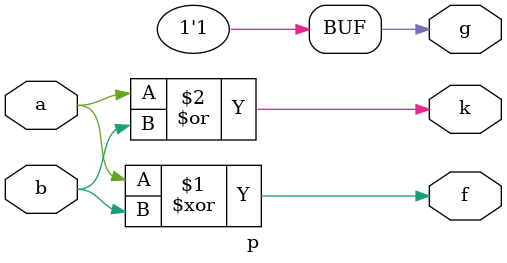
<source format=v>
module p(
  input a,
  input b,
  output f,
	output g,
	output k
);

	initial begin $display("hello world"); end
  assign f = a ^ b;
	assign k = a | b;
	assign g = '1 ;

endmodule


//module dual_control_switch(
//    input wire a,
//    input wire b,
//    output wire f
//);
//
//    // 实现异或逻辑
//    assign f = a ^ b;
//
//endmodule
//
//// 测试模块
//module testbench;
//    reg a, b;
//    wire f;
//
//    // 实例化被测试的模块
//    dual_control_switch dut(
//        .a(a),
//        .b(b),
//        .f(f)
//    );
//
//    initial begin
//        $display("开始测试双控开关...");
//
//        // 测试所有可能的输入组合
//        for (int i = 0; i < 4; i = i + 1) begin
//            a = i[0];
//            b = i[1];
//            #10; // 等待一段时间让输出稳定
//
//            $display("a = %b, b = %b, f = %b", a, b, f);
//
//            // 验证输出是否正确
//            if (f !== (a ^ b)) begin
//                $display("错误：a = %b, b = %b, 期望 f = %b, 但得到 f = %b", a, b, a ^ b, f);
//                $finish;
//            end
//        end
//
//        $display("测试完成，所有用例通过！");
//        $finish;
//    end
//
//endmodule

</source>
